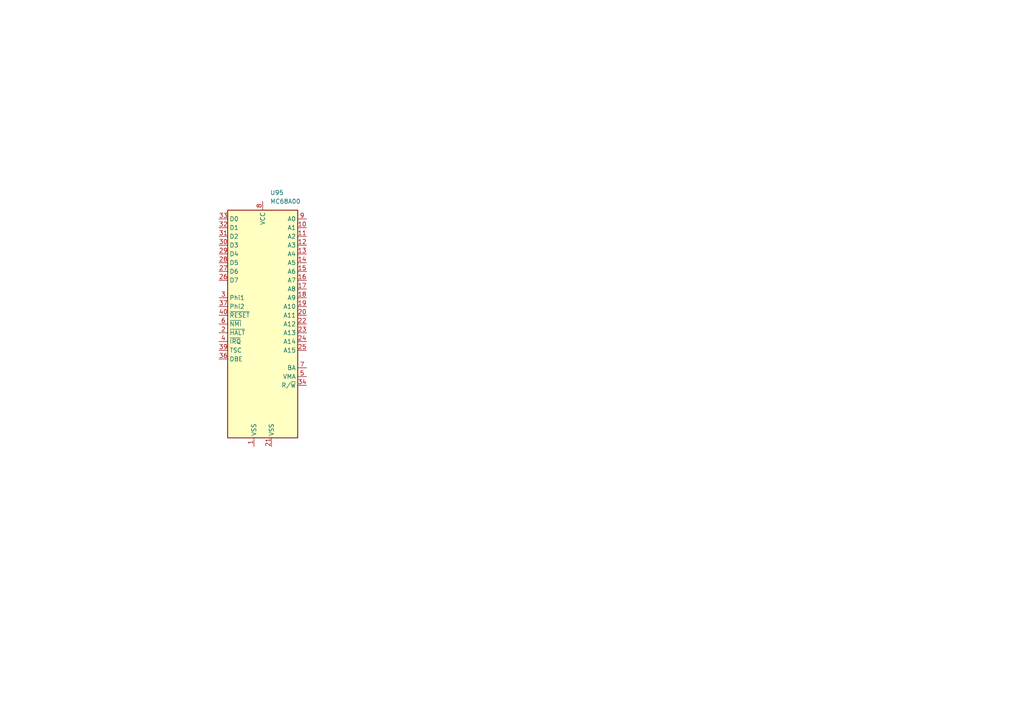
<source format=kicad_sch>
(kicad_sch (version 20250114) (generator "eeschema") (generator_version "9.0")
  (paper "A4")
  (lib_symbols
    (symbol "CPU_NXP_6800:MC68A00"
      (property "Reference" "U" (at -8.89 34.29 0))
      (property "Value" "MC68A00" (at 10.16 34.29 0))
      (symbol "MC68A00_0_1"
        (rectangle (start -10.16 -33.02) (end 10.16 33.02) (stroke (width 0.254)) (fill (type background)))
      )
      (symbol "MC68A00_1_1"
        (pin bidirectional line (at -12.7 30.48 0) (length 2.54) (name "D0") (number "33"))
        (pin bidirectional line (at -12.7 27.94 0) (length 2.54) (name "D1") (number "32"))
        (pin bidirectional line (at -12.7 25.4 0) (length 2.54) (name "D2") (number "31"))
        (pin bidirectional line (at -12.7 22.86 0) (length 2.54) (name "D3") (number "30"))
        (pin bidirectional line (at -12.7 20.32 0) (length 2.54) (name "D4") (number "29"))
        (pin bidirectional line (at -12.7 17.78 0) (length 2.54) (name "D5") (number "28"))
        (pin bidirectional line (at -12.7 15.24 0) (length 2.54) (name "D6") (number "27"))
        (pin bidirectional line (at -12.7 12.7 0) (length 2.54) (name "D7") (number "26"))
        (pin input line (at -12.7 7.62 0) (length 2.54) (name "Phi1") (number "3"))
        (pin input line (at -12.7 5.08 0) (length 2.54) (name "Phi2") (number "37"))
        (pin input line (at -12.7 2.54 0) (length 2.54) (name "~{RESET}") (number "40"))
        (pin input line (at -12.7 0 0) (length 2.54) (name "~{NMI}") (number "6"))
        (pin input line (at -12.7 -2.54 0) (length 2.54) (name "~{HALT}") (number "2"))
        (pin input line (at -12.7 -5.08 0) (length 2.54) (name "~{IRQ}") (number "4"))
        (pin input line (at -12.7 -7.62 0) (length 2.54) (name "TSC") (number "39"))
        (pin input line (at -12.7 -10.16 0) (length 2.54) (name "DBE") (number "36"))
        (pin no_connect line (at -10.16 -22.86 0) (length 2.54) (hide yes) (name "N.C.") (number "38"))
        (pin no_connect line (at -10.16 -25.4 0) (length 2.54) (hide yes) (name "N.C.") (number "35"))
        (pin power_in line (at -2.54 -35.56 90) (length 2.54) (name "VSS") (number "1"))
        (pin power_in line (at 0 35.56 270) (length 2.54) (name "VCC") (number "8"))
        (pin power_in line (at 2.54 -35.56 90) (length 2.54) (name "VSS") (number "21"))
        (pin output line (at 12.7 30.48 180) (length 2.54) (name "A0") (number "9"))
        (pin output line (at 12.7 27.94 180) (length 2.54) (name "A1") (number "10"))
        (pin output line (at 12.7 25.4 180) (length 2.54) (name "A2") (number "11"))
        (pin output line (at 12.7 22.86 180) (length 2.54) (name "A3") (number "12"))
        (pin output line (at 12.7 20.32 180) (length 2.54) (name "A4") (number "13"))
        (pin output line (at 12.7 17.78 180) (length 2.54) (name "A5") (number "14"))
        (pin output line (at 12.7 15.24 180) (length 2.54) (name "A6") (number "15"))
        (pin output line (at 12.7 12.7 180) (length 2.54) (name "A7") (number "16"))
        (pin output line (at 12.7 10.16 180) (length 2.54) (name "A8") (number "17"))
        (pin output line (at 12.7 7.62 180) (length 2.54) (name "A9") (number "18"))
        (pin output line (at 12.7 5.08 180) (length 2.54) (name "A10") (number "19"))
        (pin output line (at 12.7 2.54 180) (length 2.54) (name "A11") (number "20"))
        (pin output line (at 12.7 0 180) (length 2.54) (name "A12") (number "22"))
        (pin output line (at 12.7 -2.54 180) (length 2.54) (name "A13") (number "23"))
        (pin output line (at 12.7 -5.08 180) (length 2.54) (name "A14") (number "24"))
        (pin output line (at 12.7 -7.62 180) (length 2.54) (name "A15") (number "25"))
        (pin output line (at 12.7 -12.7 180) (length 2.54) (name "BA") (number "7"))
        (pin output line (at 12.7 -15.24 180) (length 2.54) (name "VMA") (number "5"))
        (pin output line (at 12.7 -17.78 180) (length 2.54) (name "R/~{W}") (number "34"))
      )
    )
  )
  (symbol (lib_id "CPU_NXP_6800:MC68A00") (at 76.2 93.98 0) (unit 1)
    (property "Reference" "U95" (at 78.3433 55.88 0) (effects (justify left)))
    (property "Value" "MC68A00" (at 78.3433 58.42 0) (effects (justify left)))
    (property "Footprint" "Package_DIP:DIP-40_W15.24mm" (effects (hide yes)))
    (property "Datasheet" "http://pdf.datasheetcatalog.com/datasheet/motorola/MC68A00L.pdf" (effects (hide yes)))
    (property "Description" "8-Bit Microprocessing unit 1.5MHz, DIP-40" (effects (hide yes)))
  )
)
</source>
